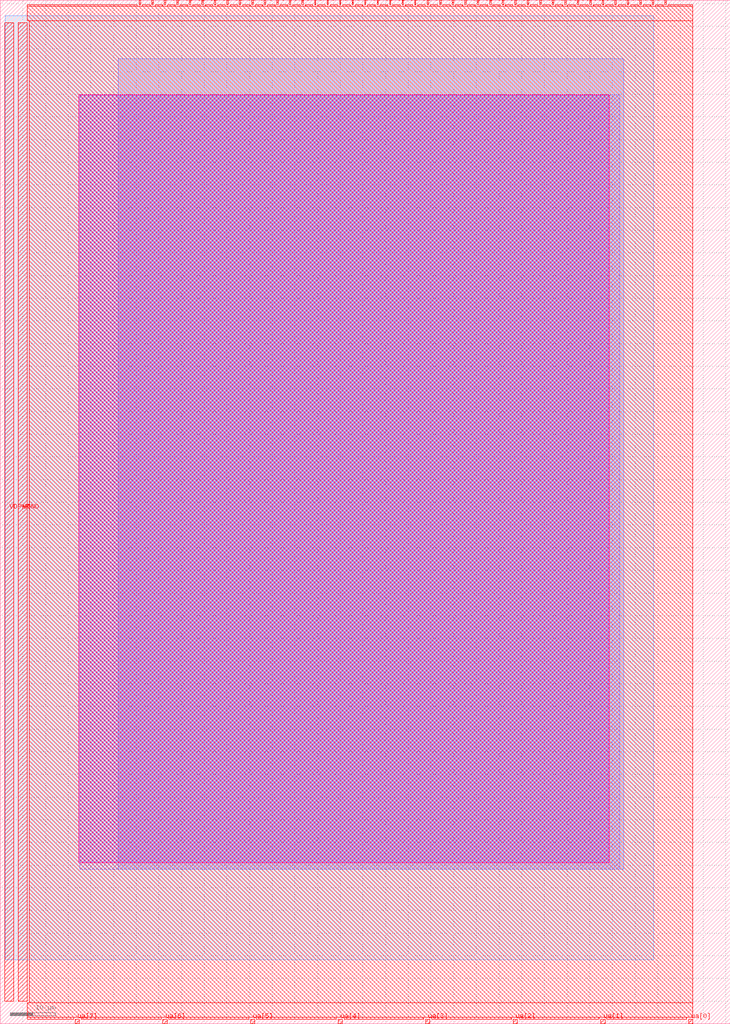
<source format=lef>
VERSION 5.7 ;
  NOWIREEXTENSIONATPIN ON ;
  DIVIDERCHAR "/" ;
  BUSBITCHARS "[]" ;
MACRO tt_um_eestevez3_SAR_ADC
  CLASS BLOCK ;
  FOREIGN tt_um_eestevez3_SAR_ADC ;
  ORIGIN 0.000 0.000 ;
  SIZE 161.000 BY 225.760 ;
  PIN clk
    DIRECTION INPUT ;
    USE SIGNAL ;
    ANTENNAGATEAREA 1.302000 ;
    PORT
      LAYER met4 ;
        RECT 143.830 224.760 144.130 225.760 ;
    END
  END clk
  PIN ena
    DIRECTION INPUT ;
    USE SIGNAL ;
    PORT
      LAYER met4 ;
        RECT 146.590 224.760 146.890 225.760 ;
    END
  END ena
  PIN rst_n
    DIRECTION INPUT ;
    USE SIGNAL ;
    ANTENNAGATEAREA 0.196500 ;
    PORT
      LAYER met4 ;
        RECT 141.070 224.760 141.370 225.760 ;
    END
  END rst_n
  PIN ua[0]
    DIRECTION INOUT ;
    USE SIGNAL ;
    ANTENNADIFFAREA 0.910000 ;
    PORT
      LAYER met4 ;
        RECT 151.810 0.000 152.710 1.000 ;
    END
  END ua[0]
  PIN ua[1]
    DIRECTION INOUT ;
    USE SIGNAL ;
    PORT
      LAYER met4 ;
        RECT 132.490 0.000 133.390 1.000 ;
    END
  END ua[1]
  PIN ua[2]
    DIRECTION INOUT ;
    USE SIGNAL ;
    PORT
      LAYER met4 ;
        RECT 113.170 0.000 114.070 1.000 ;
    END
  END ua[2]
  PIN ua[3]
    DIRECTION INOUT ;
    USE SIGNAL ;
    PORT
      LAYER met4 ;
        RECT 93.850 0.000 94.750 1.000 ;
    END
  END ua[3]
  PIN ua[4]
    DIRECTION INOUT ;
    USE SIGNAL ;
    PORT
      LAYER met4 ;
        RECT 74.530 0.000 75.430 1.000 ;
    END
  END ua[4]
  PIN ua[5]
    DIRECTION INOUT ;
    USE SIGNAL ;
    PORT
      LAYER met4 ;
        RECT 55.210 0.000 56.110 1.000 ;
    END
  END ua[5]
  PIN ua[6]
    DIRECTION INOUT ;
    USE SIGNAL ;
    PORT
      LAYER met4 ;
        RECT 35.890 0.000 36.790 1.000 ;
    END
  END ua[6]
  PIN ua[7]
    DIRECTION INOUT ;
    USE SIGNAL ;
    PORT
      LAYER met4 ;
        RECT 16.570 0.000 17.470 1.000 ;
    END
  END ua[7]
  PIN ui_in[0]
    DIRECTION INPUT ;
    USE SIGNAL ;
    ANTENNAGATEAREA 2.400000 ;
    PORT
      LAYER met4 ;
        RECT 138.310 224.760 138.610 225.760 ;
    END
  END ui_in[0]
  PIN ui_in[1]
    DIRECTION INPUT ;
    USE SIGNAL ;
    ANTENNAGATEAREA 0.450000 ;
    PORT
      LAYER met4 ;
        RECT 135.550 224.760 135.850 225.760 ;
    END
  END ui_in[1]
  PIN ui_in[2]
    DIRECTION INPUT ;
    USE SIGNAL ;
    PORT
      LAYER met4 ;
        RECT 132.790 224.760 133.090 225.760 ;
    END
  END ui_in[2]
  PIN ui_in[3]
    DIRECTION INPUT ;
    USE SIGNAL ;
    PORT
      LAYER met4 ;
        RECT 130.030 224.760 130.330 225.760 ;
    END
  END ui_in[3]
  PIN ui_in[4]
    DIRECTION INPUT ;
    USE SIGNAL ;
    PORT
      LAYER met4 ;
        RECT 127.270 224.760 127.570 225.760 ;
    END
  END ui_in[4]
  PIN ui_in[5]
    DIRECTION INPUT ;
    USE SIGNAL ;
    PORT
      LAYER met4 ;
        RECT 124.510 224.760 124.810 225.760 ;
    END
  END ui_in[5]
  PIN ui_in[6]
    DIRECTION INPUT ;
    USE SIGNAL ;
    PORT
      LAYER met4 ;
        RECT 121.750 224.760 122.050 225.760 ;
    END
  END ui_in[6]
  PIN ui_in[7]
    DIRECTION INPUT ;
    USE SIGNAL ;
    PORT
      LAYER met4 ;
        RECT 118.990 224.760 119.290 225.760 ;
    END
  END ui_in[7]
  PIN uio_in[0]
    DIRECTION INPUT ;
    USE SIGNAL ;
    PORT
      LAYER met4 ;
        RECT 116.230 224.760 116.530 225.760 ;
    END
  END uio_in[0]
  PIN uio_in[1]
    DIRECTION INPUT ;
    USE SIGNAL ;
    PORT
      LAYER met4 ;
        RECT 113.470 224.760 113.770 225.760 ;
    END
  END uio_in[1]
  PIN uio_in[2]
    DIRECTION INPUT ;
    USE SIGNAL ;
    PORT
      LAYER met4 ;
        RECT 110.710 224.760 111.010 225.760 ;
    END
  END uio_in[2]
  PIN uio_in[3]
    DIRECTION INPUT ;
    USE SIGNAL ;
    PORT
      LAYER met4 ;
        RECT 107.950 224.760 108.250 225.760 ;
    END
  END uio_in[3]
  PIN uio_in[4]
    DIRECTION INPUT ;
    USE SIGNAL ;
    PORT
      LAYER met4 ;
        RECT 105.190 224.760 105.490 225.760 ;
    END
  END uio_in[4]
  PIN uio_in[5]
    DIRECTION INPUT ;
    USE SIGNAL ;
    PORT
      LAYER met4 ;
        RECT 102.430 224.760 102.730 225.760 ;
    END
  END uio_in[5]
  PIN uio_in[6]
    DIRECTION INPUT ;
    USE SIGNAL ;
    PORT
      LAYER met4 ;
        RECT 99.670 224.760 99.970 225.760 ;
    END
  END uio_in[6]
  PIN uio_in[7]
    DIRECTION INPUT ;
    USE SIGNAL ;
    PORT
      LAYER met4 ;
        RECT 96.910 224.760 97.210 225.760 ;
    END
  END uio_in[7]
  PIN uio_oe[0]
    DIRECTION OUTPUT ;
    USE SIGNAL ;
    ANTENNAGATEAREA 936.287903 ;
    ANTENNADIFFAREA 242.489548 ;
    PORT
      LAYER met4 ;
        RECT 49.990 224.760 50.290 225.760 ;
    END
  END uio_oe[0]
  PIN uio_oe[1]
    DIRECTION OUTPUT ;
    USE SIGNAL ;
    ANTENNAGATEAREA 936.287903 ;
    ANTENNADIFFAREA 242.489548 ;
    PORT
      LAYER met4 ;
        RECT 47.230 224.760 47.530 225.760 ;
    END
  END uio_oe[1]
  PIN uio_oe[2]
    DIRECTION OUTPUT ;
    USE SIGNAL ;
    ANTENNAGATEAREA 936.287903 ;
    ANTENNADIFFAREA 242.489548 ;
    PORT
      LAYER met4 ;
        RECT 44.470 224.760 44.770 225.760 ;
    END
  END uio_oe[2]
  PIN uio_oe[3]
    DIRECTION OUTPUT ;
    USE SIGNAL ;
    ANTENNAGATEAREA 936.287903 ;
    ANTENNADIFFAREA 242.489548 ;
    PORT
      LAYER met4 ;
        RECT 41.710 224.760 42.010 225.760 ;
    END
  END uio_oe[3]
  PIN uio_oe[4]
    DIRECTION OUTPUT ;
    USE SIGNAL ;
    ANTENNAGATEAREA 936.287903 ;
    ANTENNADIFFAREA 242.489548 ;
    PORT
      LAYER met4 ;
        RECT 38.950 224.760 39.250 225.760 ;
    END
  END uio_oe[4]
  PIN uio_oe[5]
    DIRECTION OUTPUT ;
    USE SIGNAL ;
    ANTENNAGATEAREA 936.287903 ;
    ANTENNADIFFAREA 242.489548 ;
    PORT
      LAYER met4 ;
        RECT 36.190 224.760 36.490 225.760 ;
    END
  END uio_oe[5]
  PIN uio_oe[6]
    DIRECTION OUTPUT ;
    USE SIGNAL ;
    ANTENNAGATEAREA 936.287903 ;
    ANTENNADIFFAREA 242.489548 ;
    PORT
      LAYER met4 ;
        RECT 33.430 224.760 33.730 225.760 ;
    END
  END uio_oe[6]
  PIN uio_oe[7]
    DIRECTION OUTPUT ;
    USE SIGNAL ;
    ANTENNAGATEAREA 936.287903 ;
    ANTENNADIFFAREA 242.489548 ;
    PORT
      LAYER met4 ;
        RECT 30.670 224.760 30.970 225.760 ;
    END
  END uio_oe[7]
  PIN uio_out[0]
    DIRECTION OUTPUT ;
    USE SIGNAL ;
    PORT
      LAYER met4 ;
        RECT 72.070 224.760 72.370 225.760 ;
    END
  END uio_out[0]
  PIN uio_out[1]
    DIRECTION OUTPUT ;
    USE SIGNAL ;
    ANTENNAGATEAREA 936.287903 ;
    ANTENNADIFFAREA 242.489548 ;
    PORT
      LAYER met4 ;
        RECT 69.310 224.760 69.610 225.760 ;
    END
  END uio_out[1]
  PIN uio_out[2]
    DIRECTION OUTPUT ;
    USE SIGNAL ;
    ANTENNAGATEAREA 936.287903 ;
    ANTENNADIFFAREA 242.489548 ;
    PORT
      LAYER met4 ;
        RECT 66.550 224.760 66.850 225.760 ;
    END
  END uio_out[2]
  PIN uio_out[3]
    DIRECTION OUTPUT ;
    USE SIGNAL ;
    ANTENNAGATEAREA 936.287903 ;
    ANTENNADIFFAREA 242.489548 ;
    PORT
      LAYER met4 ;
        RECT 63.790 224.760 64.090 225.760 ;
    END
  END uio_out[3]
  PIN uio_out[4]
    DIRECTION OUTPUT ;
    USE SIGNAL ;
    ANTENNAGATEAREA 936.287903 ;
    ANTENNADIFFAREA 242.489548 ;
    PORT
      LAYER met4 ;
        RECT 61.030 224.760 61.330 225.760 ;
    END
  END uio_out[4]
  PIN uio_out[5]
    DIRECTION OUTPUT ;
    USE SIGNAL ;
    ANTENNAGATEAREA 936.287903 ;
    ANTENNADIFFAREA 242.489548 ;
    PORT
      LAYER met4 ;
        RECT 58.270 224.760 58.570 225.760 ;
    END
  END uio_out[5]
  PIN uio_out[6]
    DIRECTION OUTPUT ;
    USE SIGNAL ;
    ANTENNAGATEAREA 936.287903 ;
    ANTENNADIFFAREA 242.489548 ;
    PORT
      LAYER met4 ;
        RECT 55.510 224.760 55.810 225.760 ;
    END
  END uio_out[6]
  PIN uio_out[7]
    DIRECTION OUTPUT ;
    USE SIGNAL ;
    ANTENNAGATEAREA 936.287903 ;
    ANTENNADIFFAREA 242.489548 ;
    PORT
      LAYER met4 ;
        RECT 52.750 224.760 53.050 225.760 ;
    END
  END uio_out[7]
  PIN uo_out[0]
    DIRECTION OUTPUT ;
    USE SIGNAL ;
    PORT
      LAYER met4 ;
        RECT 94.150 224.760 94.450 225.760 ;
    END
  END uo_out[0]
  PIN uo_out[1]
    DIRECTION OUTPUT ;
    USE SIGNAL ;
    PORT
      LAYER met4 ;
        RECT 91.390 224.760 91.690 225.760 ;
    END
  END uo_out[1]
  PIN uo_out[2]
    DIRECTION OUTPUT ;
    USE SIGNAL ;
    PORT
      LAYER met4 ;
        RECT 88.630 224.760 88.930 225.760 ;
    END
  END uo_out[2]
  PIN uo_out[3]
    DIRECTION OUTPUT ;
    USE SIGNAL ;
    PORT
      LAYER met4 ;
        RECT 85.870 224.760 86.170 225.760 ;
    END
  END uo_out[3]
  PIN uo_out[4]
    DIRECTION OUTPUT ;
    USE SIGNAL ;
    PORT
      LAYER met4 ;
        RECT 83.110 224.760 83.410 225.760 ;
    END
  END uo_out[4]
  PIN uo_out[5]
    DIRECTION OUTPUT ;
    USE SIGNAL ;
    PORT
      LAYER met4 ;
        RECT 80.350 224.760 80.650 225.760 ;
    END
  END uo_out[5]
  PIN uo_out[6]
    DIRECTION OUTPUT ;
    USE SIGNAL ;
    PORT
      LAYER met4 ;
        RECT 77.590 224.760 77.890 225.760 ;
    END
  END uo_out[6]
  PIN uo_out[7]
    DIRECTION OUTPUT ;
    USE SIGNAL ;
    PORT
      LAYER met4 ;
        RECT 74.830 224.760 75.130 225.760 ;
    END
  END uo_out[7]
  PIN VDPWR
    DIRECTION INOUT ;
    USE POWER ;
    PORT
      LAYER met4 ;
        RECT 1.000 5.000 3.000 220.760 ;
    END
  END VDPWR
  PIN VGND
    DIRECTION INOUT ;
    USE GROUND ;
    PORT
      LAYER met4 ;
        RECT 4.000 5.000 6.000 220.760 ;
    END
  END VGND
  OBS
      LAYER nwell ;
        RECT 17.310 35.560 134.265 204.870 ;
      LAYER li1 ;
        RECT 17.500 35.740 134.085 204.765 ;
      LAYER met1 ;
        RECT 17.500 34.080 136.630 204.920 ;
      LAYER met2 ;
        RECT 25.985 34.050 137.565 212.805 ;
      LAYER met3 ;
        RECT 1.095 14.075 144.170 222.350 ;
      LAYER met4 ;
        RECT 6.000 224.360 30.270 224.760 ;
        RECT 31.370 224.360 33.030 224.760 ;
        RECT 34.130 224.360 35.790 224.760 ;
        RECT 36.890 224.360 38.550 224.760 ;
        RECT 39.650 224.360 41.310 224.760 ;
        RECT 42.410 224.360 44.070 224.760 ;
        RECT 45.170 224.360 46.830 224.760 ;
        RECT 47.930 224.360 49.590 224.760 ;
        RECT 50.690 224.360 52.350 224.760 ;
        RECT 53.450 224.360 55.110 224.760 ;
        RECT 56.210 224.360 57.870 224.760 ;
        RECT 58.970 224.360 60.630 224.760 ;
        RECT 61.730 224.360 63.390 224.760 ;
        RECT 64.490 224.360 66.150 224.760 ;
        RECT 67.250 224.360 68.910 224.760 ;
        RECT 70.010 224.360 71.670 224.760 ;
        RECT 72.770 224.360 74.430 224.760 ;
        RECT 75.530 224.360 77.190 224.760 ;
        RECT 78.290 224.360 79.950 224.760 ;
        RECT 81.050 224.360 82.710 224.760 ;
        RECT 83.810 224.360 85.470 224.760 ;
        RECT 86.570 224.360 88.230 224.760 ;
        RECT 89.330 224.360 90.990 224.760 ;
        RECT 92.090 224.360 93.750 224.760 ;
        RECT 94.850 224.360 96.510 224.760 ;
        RECT 97.610 224.360 99.270 224.760 ;
        RECT 100.370 224.360 102.030 224.760 ;
        RECT 103.130 224.360 104.790 224.760 ;
        RECT 105.890 224.360 107.550 224.760 ;
        RECT 108.650 224.360 110.310 224.760 ;
        RECT 111.410 224.360 113.070 224.760 ;
        RECT 114.170 224.360 115.830 224.760 ;
        RECT 116.930 224.360 118.590 224.760 ;
        RECT 119.690 224.360 121.350 224.760 ;
        RECT 122.450 224.360 124.110 224.760 ;
        RECT 125.210 224.360 126.870 224.760 ;
        RECT 127.970 224.360 129.630 224.760 ;
        RECT 130.730 224.360 132.390 224.760 ;
        RECT 133.490 224.360 135.150 224.760 ;
        RECT 136.250 224.360 137.910 224.760 ;
        RECT 139.010 224.360 140.670 224.760 ;
        RECT 141.770 224.360 143.430 224.760 ;
        RECT 144.530 224.360 146.190 224.760 ;
        RECT 147.290 224.360 152.710 224.760 ;
        RECT 6.000 221.160 152.710 224.360 ;
        RECT 6.400 4.600 152.710 221.160 ;
        RECT 6.000 1.400 152.710 4.600 ;
        RECT 6.000 1.000 16.170 1.400 ;
        RECT 17.870 1.000 35.490 1.400 ;
        RECT 37.190 1.000 54.810 1.400 ;
        RECT 56.510 1.000 74.130 1.400 ;
        RECT 75.830 1.000 93.450 1.400 ;
        RECT 95.150 1.000 112.770 1.400 ;
        RECT 114.470 1.000 132.090 1.400 ;
        RECT 133.790 1.000 151.410 1.400 ;
  END
END tt_um_eestevez3_SAR_ADC
END LIBRARY


</source>
